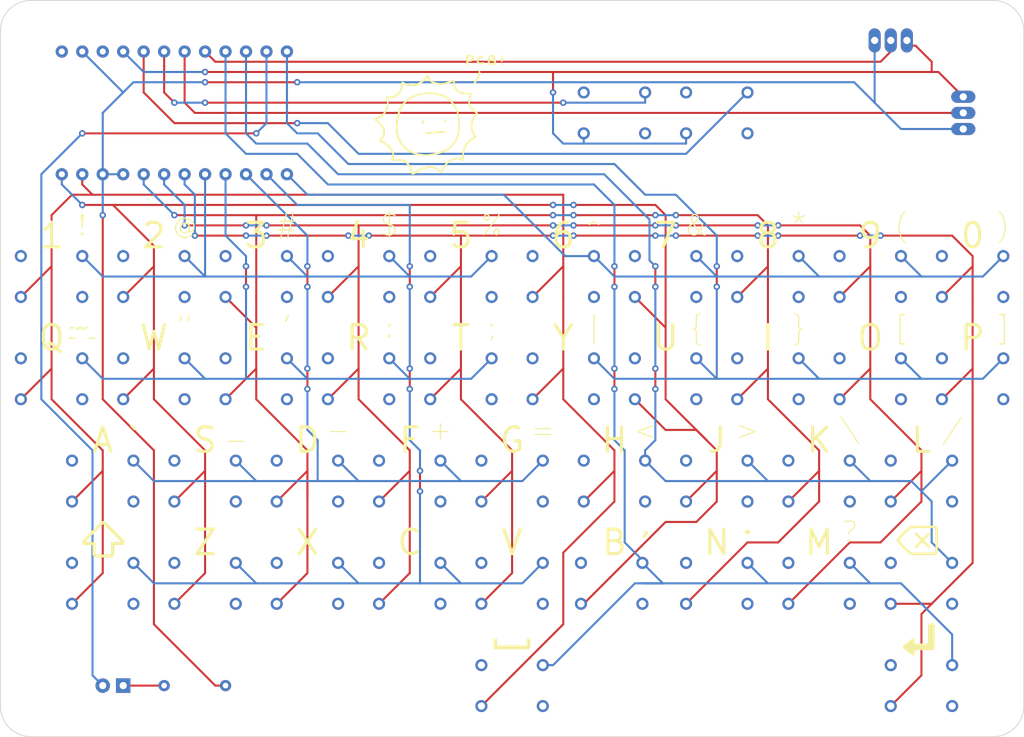
<source format=kicad_pcb>
(kicad_pcb (version 20211014) (generator pcbnew)
  (layers (0 "F.Cu" signal) (31 "B.Cu" signal) (34 "B.Paste" user) (35 "F.Paste" user) (36 "B.SilkS" user "B.Silkscreen") (37 "F.SilkS" user "F.Silkscreen") (38 "B.Mask" user) (39 "F.Mask" user) (44 "Edge.Cuts" user))
  (net 0 "")
  (net 1 "Net-(D1-Pad1)")
  (net 2 "GND")
  (net 3 "VCC")
  (net 4 "/0")
  (net 5 "/7")
  (net 8 "/5")
  (net 11 "/6")
  (net 14 "/1")
  (net 15 "/8")
  (net 26 "/4")
  (net 27 "/10")
  (net 30 "/2")
  (net 39 "/3")
  (net 58 "/9")
  (net 95 "/X")
  (net 96 "/Y")
  (net 97 "/14")
  (net 98 "/15")
  (net 99 "/16")
  (net 100 "/LEFT")
  (net 101 "/RIGHT")
  (footprint "Keyboard_mouse:Push_Button" (layer "F.Cu") (at 154.94 86.36)
    (fp_text reference "SW26")
    (fp_text value "SW_Push_Dual")
  )
  (footprint "Keyboard_mouse:Push_Button" (layer "F.Cu") (at 142.24 86.36)
    (fp_text reference "SW22")
    (fp_text value "SW_Push_Dual")
  )
  (footprint "Keyboard_mouse:Push_Button" (layer "F.Cu") (at 142.24 99.06)
    (fp_text reference "SW23")
    (fp_text value "SW_Push_Dual")
  )
  (footprint "Keyboard_mouse:Push_Button" (layer "F.Cu") (at 85.09 111.76)
    (fp_text reference "SW3")
    (fp_text value "SW_Push_Dual")
  )
  (footprint "Keyboard_mouse:Push_Button" (layer "F.Cu") (at 161.29 66.04)
    (fp_text reference "SW42")
    (fp_text value "SW_Push_Dual")
  )
  (footprint "Keyboard_mouse:Push_Button" (layer "F.Cu") (at 154.94 99.06)
    (fp_text reference "SW27")
    (fp_text value "SW_Push_Dual")
  )
  (footprint "Keyboard_mouse:Push_Button" (layer "F.Cu") (at 193.04 86.36)
    (fp_text reference "SW39")
    (fp_text value "SW_Push_Dual")
  )
  (footprint "Keyboard_mouse:Push_Button" (layer "F.Cu") (at 116.84 86.36)
    (fp_text reference "SW13")
    (fp_text value "SW_Push_Dual")
  )
  (footprint "Keyboard_mouse:Push_Button" (layer "F.Cu") (at 104.14 99.06)
    (fp_text reference "SW10")
    (fp_text value "SW_Push_Dual")
  )
  (footprint "Keyboard_mouse:Push_Button" (layer "F.Cu") (at 91.44 99.06)
    (fp_text reference "SW6")
    (fp_text value "SW_Push_Dual")
  )
  (footprint "Keyboard_mouse:Push_Button" (layer "F.Cu") (at 173.99 111.76)
    (fp_text reference "SW32")
    (fp_text value "SW_Push_Dual")
  )
  (footprint "LED_THT:LED_D3.0mm" (layer "F.Cu") (at 87.63 137.16 180)
    (fp_text reference "D1")
    (fp_text value "LED")
  )
  (footprint "Keyboard_mouse:Push_Button" (layer "F.Cu") (at 148.59 111.76)
    (fp_text reference "SW24")
    (fp_text value "SW_Push_Dual")
  )
  (footprint "Keyboard_mouse:Push_Button" (layer "F.Cu") (at 123.19 111.76)
    (fp_text reference "SW15")
    (fp_text value "SW_Push_Dual")
  )
  (footprint "Keyboard_mouse:Push_Button" (layer "F.Cu") (at 85.09 124.46)
    (fp_text reference "SW4")
    (fp_text value "SW_Push_Dual")
  )
  (footprint "Keyboard_mouse:Space" (layer "F.Cu") (at 135.89 131.445)
    (fp_text reference "REF**")
    (fp_text value "Space")
  )
  (footprint "Keyboard_mouse:Push_Button" (layer "F.Cu") (at 123.19 124.46)
    (fp_text reference "SW16")
    (fp_text value "SW_Push_Dual")
  )
  (footprint "Keyboard_mouse:Push_Button" (layer "F.Cu") (at 148.59 66.04)
    (fp_text reference "SW41")
    (fp_text value "SW_Push_Dual")
  )
  (footprint "Keyboard_mouse:Push_Button" (layer "F.Cu") (at 161.29 111.76)
    (fp_text reference "SW28")
    (fp_text value "SW_Push_Dual")
  )
  (footprint "Keyboard_mouse:Arduino_Pro_Micro" (layer "F.Cu") (at 93.98 66.04)
    (fp_text reference "A1")
    (fp_text value "Arduino_Pro_Micro")
  )
  (footprint "Keyboard_mouse:Push_Button" (layer "F.Cu") (at 116.84 99.06)
    (fp_text reference "SW14")
    (fp_text value "SW_Push_Dual")
  )
  (footprint "Keyboard_mouse:Push_Button" (layer "F.Cu") (at 110.49 124.46)
    (fp_text reference "SW12")
    (fp_text value "SW_Push_Dual")
  )
  (footprint "Keyboard_mouse:Push_Button" (layer "F.Cu") (at 193.04 99.06)
    (fp_text reference "SW40")
    (fp_text value "SW_Push_Dual")
  )
  (footprint "Keyboard_mouse:Sun" (layer "F.Cu") (at 125.73 67.31)
    (fp_text reference "REF**")
    (fp_text value "Sun")
  )
  (footprint "Keyboard_mouse:Joystick" (layer "F.Cu") (at 182.88 66.04)
    (fp_text reference "VR1")
    (fp_text value "Joystick")
  )
  (footprint "Keyboard_mouse:Push_Button" (layer "F.Cu") (at 167.64 99.06)
    (fp_text reference "SW31")
    (fp_text value "SW_Push_Dual")
  )
  (footprint "Keyboard_mouse:Push_Button" (layer "F.Cu") (at 104.14 86.36)
    (fp_text reference "SW9")
    (fp_text value "SW_Push_Dual")
  )
  (footprint "Keyboard_mouse:Push_Button" (layer "F.Cu") (at 186.69 137.16)
    (fp_text reference "SW38")
    (fp_text value "SW_Push_Dual")
  )
  (footprint "Keyboard_mouse:Push_Button" (layer "F.Cu") (at 186.69 111.76)
    (fp_text reference "SW36")
    (fp_text value "SW_Push_Dual")
  )
  (footprint "Keyboard_mouse:Push_Button" (layer "F.Cu") (at 129.54 86.36)
    (fp_text reference "SW17")
    (fp_text value "SW_Push_Dual")
  )
  (footprint "Keyboard_mouse:Push_Button" (layer "F.Cu") (at 97.79 124.46)
    (fp_text reference "SW8")
    (fp_text value "SW_Push_Dual")
  )
  (footprint "Keyboard_mouse:Push_Button" (layer "F.Cu") (at 135.89 124.46)
    (fp_text reference "SW20")
    (fp_text value "SW_Push_Dual")
  )
  (footprint "Keyboard_mouse:Push_Button" (layer "F.Cu") (at 78.74 99.06)
    (fp_text reference "SW2")
    (fp_text value "SW_Push_Dual")
  )
  (footprint "Keyboard_mouse:Push_Button" (layer "F.Cu") (at 173.99 124.46)
    (fp_text reference "SW33")
    (fp_text value "SW_Push_Dual")
  )
  (footprint "Keyboard_mouse:Push_Button" (layer "F.Cu") (at 97.79 111.76)
    (fp_text reference "SW7")
    (fp_text value "SW_Push_Dual")
  )
  (footprint "Keyboard_mouse:Push_Button" (layer "F.Cu") (at 129.54 99.06)
    (fp_text reference "SW18")
    (fp_text value "SW_Push_Dual")
  )
  (footprint "Keyboard_mouse:Push_Button" (layer "F.Cu") (at 78.74 86.36)
    (fp_text reference "SW1")
    (fp_text value "SW_Push_Dual")
  )
  (footprint "Keyboard_mouse:Push_Button" (layer "F.Cu") (at 161.29 124.46)
    (fp_text reference "SW29")
    (fp_text value "SW_Push_Dual")
  )
  (footprint "Keyboard_mouse:Push_Button" (layer "F.Cu") (at 148.25 124.46)
    (fp_text reference "SW25")
    (fp_text value "SW_Push_Dual")
  )
  (footprint "Keyboard_mouse:Push_Button" (layer "F.Cu") (at 135.89 111.76)
    (fp_text reference "SW19")
    (fp_text value "SW_Push_Dual")
  )
  (footprint "Keyboard_mouse:Push_Button" (layer "F.Cu") (at 135.89 137.16)
    (fp_text reference "SW21")
    (fp_text value "SW_Push_Dual")
  )
  (footprint "Keyboard_mouse:Delete" (layer "F.Cu") (at 186.678571 119.12513)
    (fp_text reference "REF**")
    (fp_text value "Delete")
  )
  (footprint "Keyboard_mouse:Push_Button" (layer "F.Cu") (at 180.34 99.06)
    (fp_text reference "SW35")
    (fp_text value "SW_Push_Dual")
  )
  (footprint "Keyboard_mouse:Push_Button" (layer "F.Cu") (at 186.69 124.46)
    (fp_text reference "SW37")
    (fp_text value "SW_Push_Dual")
  )
  (footprint "Keyboard_mouse:Push_Button" (layer "F.Cu") (at 110.49 111.76)
    (fp_text reference "SW11")
    (fp_text value "SW_Push_Dual")
  )
  (footprint "Keyboard_mouse:Push_Button" (layer "F.Cu") (at 167.64 86.36)
    (fp_text reference "SW30")
    (fp_text value "SW_Push_Dual")
  )
  (footprint "Resistor_THT:R_Axial_DIN0204_L3.6mm_D1.6mm_P7.62mm_Horizontal" (layer "F.Cu") (at 92.71 137.16)
    (fp_text reference "R1")
    (fp_text value "1.5k")
  )
  (footprint "Keyboard_mouse:Push_Button" (layer "F.Cu") (at 91.44 86.36)
    (fp_text reference "SW5")
    (fp_text value "SW_Push_Dual")
  )
  (footprint "Keyboard_mouse:Push_Button" (layer "F.Cu") (at 180.34 86.36)
    (fp_text reference "SW34")
    (fp_text value "SW_Push_Dual")
  )
  (footprint "Keyboard_mouse:Shift" (layer "F.Cu") (at 85.09 118.872)
    (fp_text reference "REF**")
    (fp_text value "Shift")
  )
  (footprint "Keyboard_mouse:Enter" (layer "F.Cu") (at 186.69 131.445)
    (fp_text reference "REF**")
    (fp_text value "Enter")
  )
  (gr_line (start 76.2 52.07) (end 195.58 52.07) (layer "Edge.Cuts") (width 0.1))
  (gr_arc (start 199.39 139.7) (mid 198.274077 142.394077) (end 195.58 143.51) (layer "Edge.Cuts") (width 0.1))
  (gr_arc (start 72.39 55.88) (mid 73.505923 53.185923) (end 76.2 52.07) (layer "Edge.Cuts") (width 0.1))
  (gr_line (start 199.39 55.88) (end 199.39 139.7) (layer "Edge.Cuts") (width 0.1))
  (gr_line (start 72.39 139.7) (end 72.39 55.88) (layer "Edge.Cuts") (width 0.1))
  (gr_line (start 195.58 143.51) (end 76.2 143.51) (layer "Edge.Cuts") (width 0.1))
  (gr_arc (start 195.58 52.07) (mid 198.274077 53.185923) (end 199.39 55.88) (layer "Edge.Cuts") (width 0.1))
  (gr_arc (start 76.2 143.51) (mid 73.505923 142.394077) (end 72.39 139.7) (layer "Edge.Cuts") (width 0.1))
  (gr_text "N" (at 161.29 119.38) (layer "F.SilkS") (effects (font (size 3.048 3.048) (thickness 0.381))))
  (gr_text "X" (at 110.49 119.38) (layer "F.SilkS") (effects (font (size 3.048 3.048) (thickness 0.381))))
  (gr_text "O" (at 180.34 93.98) (layer "F.SilkS") (effects (font (size 3.048 3.048) (thickness 0.381))))
  (gr_text "}" (at 171.45 92.71) (layer "F.SilkS") (effects (font (size 2.54 2.54))))
  (gr_text "." (at 165.1 116.84) (layer "F.SilkS") (effects (font (size 3.048 3.048) (thickness 0.381))))
  (gr_text "4" (at 116.84 81.28) (layer "F.SilkS") (effects (font (size 3.048 3.048) (thickness 0.381))))
  (gr_text "9" (at 180.34 81.28) (layer "F.SilkS") (effects (font (size 3.048 3.048) (thickness 0.381))))
  (gr_text "~" (at 81.28 93.98) (layer "F.SilkS") (effects (font (size 1 1))))
  (gr_text "8" (at 167.64 81.28) (layer "F.SilkS") (effects (font (size 3.048 3.048) (thickness 0.381))))
  (gr_text "A" (at 85.09 106.68) (layer "F.SilkS") (effects (font (size 3.048 3.048) (thickness 0.381))))
  (gr_text "L" (at 186.69 106.68) (layer "F.SilkS") (effects (font (size 3.048 3.048) (thickness 0.381))))
  (gr_text "E" (at 104.14 93.98) (layer "F.SilkS") (effects (font (size 3.048 3.048) (thickness 0.381))))
  (gr_text "W" (at 91.44 93.98) (layer "F.SilkS") (effects (font (size 3.048 3.048) (thickness 0.381))))
  (gr_text "_" (at 101.6 105.41) (layer "F.SilkS") (effects (font (size 2.54 2.54))))
  (gr_text "U" (at 154.94 93.98) (layer "F.SilkS") (effects (font (size 3.048 3.048) (thickness 0.381))))
  (gr_text "$" (at 120.65 80.01) (layer "F.SilkS") (effects (font (size 2.54 2.54))))
  (gr_text "3" (at 104.14 81.28) (layer "F.SilkS") (effects (font (size 3.048 3.048) (thickness 0.381))))
  (gr_text "I" (at 167.64 93.98) (layer "F.SilkS") (effects (font (size 3.048 3.048) (thickness 0.381))))
  (gr_text "D" (at 110.49 106.68) (layer "F.SilkS") (effects (font (size 3.048 3.048) (thickness 0.381))))
  (gr_text "]" (at 196.85 92.71) (layer "F.SilkS") (effects (font (size 2.54 2.54))))
  (gr_text "?" (at 177.8 118.11) (layer "F.SilkS") (effects (font (size 2.54 2.54))))
  (gr_text "/" (at 190.5 105.41) (layer "F.SilkS") (effects (font (size 2.54 2.54))))
  (gr_text "~\n" (at 82.55 92.71) (layer "F.SilkS") (effects (font (size 2.54 2.54) (thickness 0.254))))
  (gr_text "Q" (at 78.74 93.98) (layer "F.SilkS") (effects (font (size 3.048 3.048) (thickness 0.381))))
  (gr_text "~" (at 81.28 93.98) (layer "F.SilkS") (effects (font (size 1.5 1.5))))
  (gr_text "C" (at 123.19 119.38) (layer "F.SilkS") (effects (font (size 3.048 3.048) (thickness 0.381))))
  (gr_text "=" (at 139.7 105.41) (layer "F.SilkS") (effects (font (size 2.54 2.54))))
  (gr_text "\\" (at 177.8 105.41) (layer "F.SilkS") (effects (font (size 2.54 2.54))))
  (gr_text "~" (at 83.82 93.98) (layer "F.SilkS") (effects (font (size 1.5 1.5))))
  (gr_text "5" (at 129.54 81.28) (layer "F.SilkS") (effects (font (size 3.048 3.048) (thickness 0.381))))
  (gr_text "{dblquote}" (at 95.25 92.71) (layer "F.SilkS") (effects (font (size 2.54 2.54) (thickness 0.254))))
  (gr_text "'" (at 107.95 92.71) (layer "F.SilkS") (effects (font (size 2.54 2.54) (thickness 0.254))))
  (gr_text "K" (at 173.99 106.68) (layer "F.SilkS") (effects (font (size 3.048 3.048) (thickness 0.381))))
  (gr_text "^" (at 146.05 81.28) (layer "F.SilkS") (effects (font (size 3.048 3.048))))
  (gr_text "{" (at 158.75 92.71) (layer "F.SilkS") (effects (font (size 2.54 2.54))))
  (gr_text "J" (at 161.29 106.68) (layer "F.SilkS") (effects (font (size 3.048 3.048) (thickness 0.381))))
  (gr_text "Z" (at 97.79 119.38) (layer "F.SilkS") (effects (font (size 3.048 3.048) (thickness 0.381))))
  (gr_text "," (at 152.4 116.84) (layer "F.SilkS") (effects (font (size 3.048 3.048) (thickness 0.381))))
  (gr_text "0" (at 193.04 81.28) (layer "F.SilkS") (effects (font (size 3.048 3.048) (thickness 0.381))))
  (gr_text "6" (at 142.24 81.28) (layer "F.SilkS") (effects (font (size 3.048 3.048) (thickness 0.381))))
  (gr_text "[" (at 184.15 92.71) (layer "F.SilkS") (effects (font (size 2.54 2.54))))
  (gr_text "`" (at 88.9 106.68) (layer "F.SilkS") (effects (font (size 3.048 3.048) (thickness 0.254))))
  (gr_text ">" (at 165.1 105.41) (layer "F.SilkS") (effects (font (size 2.54 2.54))))
  (gr_text "|" (at 146.05 92.71) (layer "F.SilkS") (effects (font (size 2.54 2.54))))
  (gr_text "Y" (at 142.24 93.98) (layer "F.SilkS") (effects (font (size 3.048 3.048) (thickness 0.381))))
  (gr_text "M" (at 173.99 119.38) (layer "F.SilkS") (effects (font (size 3.048 3.048) (thickness 0.381))))
  (gr_text "B" (at 148.59 119.38) (layer "F.SilkS") (effects (font (size 3.048 3.048) (thickness 0.381))))
  (gr_text "S" (at 97.79 106.68) (layer "F.SilkS") (effects (font (size 3.048 3.048) (thickness 0.381))))
  (gr_text "7" (at 154.94 81.28) (layer "F.SilkS") (effects (font (size 3.048 3.048) (thickness 0.381))))
  (gr_text "!" (at 82.55 80.01) (layer "F.SilkS") (effects (font (size 2.54 2.54))))
  (gr_text ";" (at 133.35 92.71) (layer "F.SilkS") (effects (font (size 2.54 2.54))))
  (gr_text "(" (at 184.15 80.01) (layer "F.SilkS") (effects (font (size 2.54 2.54))))
  (gr_text "~" (at 81.28 93.98) (layer "F.SilkS") (effects (font (size 1.5 1.5))))
  (gr_text "R" (at 116.84 93.98) (layer "F.SilkS") (effects (font (size 3.048 3.048) (thickness 0.381))))
  (gr_text "G" (at 135.89 106.68) (layer "F.SilkS") (effects (font (size 3.048 3.048) (thickness 0.381))))
  (gr_text ":" (at 120.65 92.71) (layer "F.SilkS") (effects (font (size 2.54 2.54))))
  (gr_text "T" (at 129.54 93.98) (layer "F.SilkS") (effects (font (size 3.048 3.048) (thickness 0.381))))
  (gr_text ")" (at 196.85 80.01) (layer "F.SilkS") (effects (font (size 2.54 2.54))))
  (gr_text "#" (at 107.95 80.01) (layer "F.SilkS") (effects (font (size 2.54 2.54))))
  (gr_text "V" (at 135.89 119.38) (layer "F.SilkS") (effects (font (size 3.048 3.048) (thickness 0.381))))
  (gr_text "P" (at 193.04 93.98) (layer "F.SilkS") (effects (font (size 3.048 3.048) (thickness 0.381))))
  (gr_text "%" (at 133.35 80.01) (layer "F.SilkS") (effects (font (size 2.54 2.54))))
  (gr_text "1" (at 78.74 81.28) (layer "F.SilkS") (effects (font (size 3.048 3.048) (thickness 0.381))))
  (gr_text "@" (at 95.25 80.01) (layer "F.SilkS") (effects (font (size 2.54 2.54))))
  (gr_text "-" (at 114.3 105.41) (layer "F.SilkS") (effects (font (size 2.54 2.54))))
  (gr_text "2" (at 91.44 81.28) (layer "F.SilkS") (effects (font (size 3.048 3.048) (thickness 0.381))))
  (gr_text "&" (at 158.75 80.01) (layer "F.SilkS") (effects (font (size 2.54 2.54))))
  (gr_text "+" (at 127 105.41) (layer "F.SilkS") (effects (font (size 2.54 2.54))))
  (gr_text "~" (at 81.28 92.71) (layer "F.SilkS") (effects (font (size 1 1))))
  (gr_text "<" (at 152.4 105.41) (layer "F.SilkS") (effects (font (size 2.54 2.54))))
  (gr_text "H" (at 148.59 106.68) (layer "F.SilkS") (effects (font (size 3.048 3.048) (thickness 0.381))))
  (gr_text "F" (at 123.19 106.68) (layer "F.SilkS") (effects (font (size 3.048 3.048) (thickness 0.381))))
  (gr_text "*" (at 171.45 80.01) (layer "F.SilkS") (effects (font (size 3.048 3.048))))
  (segment (start 87.63 137.16) (end 92.71 137.16) (width 0.254) (layer "F.Cu") (net 1))
  (segment (start 97.79 62.23) (end 109.22 62.23) (width 0.254) (layer "F.Cu") (net 2))
  (segment (start 100.33 137.16) (end 99.06 137.16) (width 0.254) (layer "F.Cu") (net 2))
  (segment (start 91.44 129.54) (end 91.44 107.95) (width 0.254) (layer "F.Cu") (net 2))
  (segment (start 91.44 107.95) (end 85.09 101.6) (width 0.254) (layer "F.Cu") (net 2))
  (segment (start 85.09 101.6) (end 85.09 78.74) (width 0.254) (layer "F.Cu") (net 2))
  (segment (start 99.06 137.16) (end 91.44 129.54) (width 0.254) (layer "F.Cu") (net 2))
  (via (at 97.79 62.23) (size 0.8) (drill 0.4) (layers "F.Cu" "B.Cu") (net 2))
  (via (at 85.09 78.74) (size 0.8) (drill 0.4) (layers "F.Cu" "B.Cu") (net 2))
  (via (at 109.22 62.23) (size 0.8) (drill 0.4) (layers "F.Cu" "B.Cu") (net 2))
  (segment (start 109.22 62.23) (end 178.34 62.23) (width 0.254) (layer "B.Cu") (net 2))
  (segment (start 191.88 68.04) (end 184.15 68.04) (width 0.254) (layer "B.Cu") (net 2))
  (segment (start 87.63 63.5) (end 85.09 66.04) (width 0.254) (layer "B.Cu") (net 2))
  (segment (start 85.09 66.04) (end 85.09 73.66) (width 0.254) (layer "B.Cu") (net 2))
  (segment (start 184.15 68.04) (end 180.88 64.77) (width 0.254) (layer "B.Cu") (net 2))
  (segment (start 88.9 62.23) (end 87.63 63.5) (width 0.254) (layer "B.Cu") (net 2))
  (segment (start 82.55 58.42) (end 87.63 63.5) (width 0.254) (layer "B.Cu") (net 2))
  (segment (start 180.88 57.04) (end 180.88 64.77) (width 0.254) (layer "B.Cu") (net 2))
  (segment (start 178.34 62.23) (end 180.88 64.77) (width 0.254) (layer "B.Cu") (net 2))
  (segment (start 85.09 73.66) (end 87.63 73.66) (width 0.254) (layer "B.Cu") (net 2))
  (segment (start 85.09 78.74) (end 85.09 73.66) (width 0.254) (layer "B.Cu") (net 2))
  (segment (start 97.79 62.23) (end 88.9 62.23) (width 0.254) (layer "B.Cu") (net 2))
  (segment (start 185.960004 57.690004) (end 187.96 59.69) (width 0.254) (layer "F.Cu") (net 3))
  (segment (start 184.879996 57.690004) (end 185.960004 57.690004) (width 0.254) (layer "F.Cu") (net 3))
  (segment (start 140.97 60.96) (end 140.97 63.5) (width 0.254) (layer "F.Cu") (net 3))
  (segment (start 140.97 60.96) (end 97.79 60.96) (width 0.254) (layer "F.Cu") (net 3))
  (segment (start 188.8 60.96) (end 140.97 60.96) (width 0.254) (layer "F.Cu") (net 3))
  (segment (start 191.88 64.04) (end 188.8 60.96) (width 0.254) (layer "F.Cu") (net 3))
  (segment (start 187.96 60.96) (end 188.15 60.96) (width 0.254) (layer "F.Cu") (net 3))
  (segment (start 184.88 57.04) (end 184.88 57.69) (width 0.254) (layer "F.Cu") (net 3))
  (segment (start 187.96 59.69) (end 187.96 60.96) (width 0.254) (layer "F.Cu") (net 3))
  (via (at 140.97 63.5) (size 0.8) (drill 0.4) (layers "F.Cu" "B.Cu") (net 3))
  (via (at 97.79 60.96) (size 0.8) (drill 0.4) (layers "F.Cu" "B.Cu") (net 3))
  (segment (start 142.24 69.85) (end 144.78 69.85) (width 0.254) (layer "B.Cu") (net 3))
  (segment (start 97.79 60.96) (end 90.17 60.96) (width 0.254) (layer "B.Cu") (net 3))
  (segment (start 140.97 68.58) (end 142.24 69.85) (width 0.254) (layer "B.Cu") (net 3))
  (segment (start 90.17 60.96) (end 87.63 58.42) (width 0.254) (layer "B.Cu") (net 3))
  (segment (start 144.78 69.85) (end 157.48 69.85) (width 0.254) (layer "B.Cu") (net 3))
  (segment (start 157.48 69.85) (end 157.48 68.58) (width 0.254) (layer "B.Cu") (net 3))
  (segment (start 144.78 68.58) (end 144.78 69.85) (width 0.254) (layer "B.Cu") (net 3))
  (segment (start 140.97 63.5) (end 140.97 68.58) (width 0.254) (layer "B.Cu") (net 3))
  (segment (start 82.55 73.66) (end 82.55 74.93) (width 0.254) (layer "F.Cu") (net 4))
  (segment (start 78.74 78.74) (end 78.74 101.6) (width 0.254) (layer "F.Cu") (net 4))
  (segment (start 82.55 74.93) (end 83.82 76.2) (width 0.254) (layer "F.Cu") (net 4))
  (segment (start 142.24 129.54) (end 132.08 139.7) (width 0.254) (layer "F.Cu") (net 4))
  (segment (start 148.59 110.49) (end 144.78 114.3) (width 0.254) (layer "F.Cu") (net 4))
  (segment (start 81.28 127) (end 85.09 123.19) (width 0.254) (layer "F.Cu") (net 4))
  (segment (start 142.24 120.65) (end 142.24 129.54) (width 0.254) (layer "F.Cu") (net 4))
  (segment (start 142.24 76.2) (end 81.28 76.2) (width 0.254) (layer "F.Cu") (net 4))
  (segment (start 142.24 88.9) (end 142.24 101.6) (width 0.254) (layer "F.Cu") (net 4))
  (segment (start 138.43 88.9) (end 142.24 85.09) (width 0.254) (layer "F.Cu") (net 4))
  (segment (start 74.93 88.9) (end 78.74 85.09) (width 0.254) (layer "F.Cu") (net 4))
  (segment (start 148.59 114.3) (end 142.24 120.65) (width 0.254) (layer "F.Cu") (net 4))
  (segment (start 85.09 107.95) (end 85.09 123.19) (width 0.254) (layer "F.Cu") (net 4))
  (segment (start 142.24 88.9) (end 142.24 76.2) (width 0.254) (layer "F.Cu") (net 4))
  (segment (start 148.59 107.95) (end 148.59 114.3) (width 0.254) (layer "F.Cu") (net 4))
  (segment (start 142.24 97.79) (end 138.43 101.6) (width 0.254) (layer "F.Cu") (net 4))
  (segment (start 78.74 97.79) (end 74.93 101.6) (width 0.254) (layer "F.Cu") (net 4))
  (segment (start 142.24 101.6) (end 148.59 107.95) (width 0.254) (layer "F.Cu") (net 4))
  (segment (start 78.74 101.6) (end 85.09 107.95) (width 0.254) (layer "F.Cu") (net 4))
  (segment (start 81.28 76.2) (end 78.74 78.74) (width 0.254) (layer "F.Cu") (net 4))
  (segment (start 85.09 110.49) (end 81.28 114.3) (width 0.254) (layer "F.Cu") (net 4))
  (segment (start 110.49 97.79) (end 110.49 100.33) (width 0.254) (layer "F.Cu") (net 5))
  (segment (start 110.49 85.09) (end 110.49 87.63) (width 0.254) (layer "F.Cu") (net 5))
  (via (at 110.49 85.09) (size 0.8) (drill 0.4) (layers "F.Cu" "B.Cu") (net 5))
  (via (at 110.49 97.79) (size 0.8) (drill 0.4) (layers "F.Cu" "B.Cu") (net 5))
  (via (at 110.49 100.33) (size 0.8) (drill 0.4) (layers "F.Cu" "B.Cu") (net 5))
  (via (at 110.49 87.63) (size 0.8) (drill 0.4) (layers "F.Cu" "B.Cu") (net 5))
  (segment (start 102.87 73.66) (end 110.49 81.28) (width 0.254) (layer "B.Cu") (net 5))
  (segment (start 111.76 111.76) (end 137.16 111.76) (width 0.254) (layer "B.Cu") (net 5))
  (segment (start 88.9 109.22) (end 91.44 111.76) (width 0.254) (layer "B.Cu") (net 5))
  (segment (start 101.6 109.22) (end 104.14 111.76) (width 0.254) (layer "B.Cu") (net 5))
  (segment (start 110.49 105.41) (end 111.76 106.68) (width 0.254) (layer "B.Cu") (net 5))
  (segment (start 110.49 100.33) (end 110.49 105.41) (width 0.254) (layer "B.Cu") (net 5))
  (segment (start 91.44 111.76) (end 111.76 111.76) (width 0.254) (layer "B.Cu") (net 5))
  (segment (start 114.3 109.22) (end 116.84 111.76) (width 0.254) (layer "B.Cu") (net 5))
  (segment (start 111.76 106.68) (end 111.76 111.76) (width 0.254) (layer "B.Cu") (net 5))
  (segment (start 110.49 81.28) (end 110.49 85.09) (width 0.254) (layer "B.Cu") (net 5))
  (segment (start 127 109.22) (end 129.54 111.76) (width 0.254) (layer "B.Cu") (net 5))
  (segment (start 110.49 87.63) (end 110.49 97.79) (width 0.254) (layer "B.Cu") (net 5))
  (segment (start 137.16 111.76) (end 139.7 109.22) (width 0.254) (layer "B.Cu") (net 5))
  (segment (start 85.09 86.36) (end 82.55 83.82) (width 0.254) (layer "B.Cu") (net 8))
  (segment (start 133.35 83.82) (end 130.81 86.36) (width 0.254) (layer "B.Cu") (net 8))
  (segment (start 95.25 83.82) (end 97.79 86.36) (width 0.254) (layer "B.Cu") (net 8))
  (segment (start 97.79 73.66) (end 97.79 86.36) (width 0.254) (layer "B.Cu") (net 8))
  (segment (start 107.95 83.82) (end 110.49 86.36) (width 0.254) (layer "B.Cu") (net 8))
  (segment (start 130.81 86.36) (end 85.09 86.36) (width 0.254) (layer "B.Cu") (net 8))
  (segment (start 120.65 83.82) (end 123.19 86.36) (width 0.254) (layer "B.Cu") (net 8))
  (segment (start 102.87 85.09) (end 102.87 87.63) (width 0.254) (layer "F.Cu") (net 11))
  (via (at 102.87 87.63) (size 0.8) (drill 0.4) (layers "F.Cu" "B.Cu") (net 11))
  (via (at 102.87 85.09) (size 0.8) (drill 0.4) (layers "F.Cu" "B.Cu") (net 11))
  (segment (start 107.95 96.52) (end 110.49 99.06) (width 0.254) (layer "B.Cu") (net 11))
  (segment (start 102.87 87.63) (end 102.87 99.06) (width 0.254) (layer "B.Cu") (net 11))
  (segment (start 120.65 96.52) (end 123.19 99.06) (width 0.254) (layer "B.Cu") (net 11))
  (segment (start 100.33 81.28) (end 102.87 83.82) (width 0.254) (layer "B.Cu") (net 11))
  (segment (start 95.25 96.52) (end 97.79 99.06) (width 0.254) (layer "B.Cu") (net 11))
  (segment (start 85.09 99.06) (end 130.81 99.06) (width 0.254) (layer "B.Cu") (net 11))
  (segment (start 82.55 96.52) (end 85.09 99.06) (width 0.254) (layer "B.Cu") (net 11))
  (segment (start 100.33 73.66) (end 100.33 81.28) (width 0.254) (layer "B.Cu") (net 11))
  (segment (start 130.81 99.06) (end 133.35 96.52) (width 0.254) (layer "B.Cu") (net 11))
  (segment (start 102.87 83.82) (end 102.87 85.09) (width 0.254) (layer "B.Cu") (net 11))
  (segment (start 154.94 105.41) (end 158.75 105.41) (width 0.254) (layer "F.Cu") (net 14))
  (segment (start 144.78 127) (end 154.94 116.84) (width 0.254) (layer "F.Cu") (net 14))
  (segment (start 143.51 77.47) (end 153.67 77.47) (width 0.254) (layer "F.Cu") (net 14))
  (segment (start 86.36 77.47) (end 91.44 82.55) (width 0.254) (layer "F.Cu") (net 14))
  (segment (start 144.44 127) (end 144.78 127) (width 0.254) (layer "F.Cu") (net 14))
  (segment (start 97.79 123.19) (end 93.98 127) (width 0.254) (layer "F.Cu") (net 14))
  (segment (start 151.13 101.6) (end 154.94 105.41) (width 0.254) (layer "F.Cu") (net 14))
  (segment (start 91.44 97.79) (end 87.63 101.6) (width 0.254) (layer "F.Cu") (net 14))
  (segment (start 91.44 82.55) (end 91.44 101.6) (width 0.254) (layer "F.Cu") (net 14))
  (segment (start 151.13 88.9) (end 154.94 92.71) (width 0.254) (layer "F.Cu") (net 14))
  (segment (start 97.79 110.49) (end 93.98 114.3) (width 0.254) (layer "F.Cu") (net 14))
  (segment (start 97.79 107.95) (end 97.79 123.19) (width 0.254) (layer "F.Cu") (net 14))
  (segment (start 82.55 77.47) (end 140.97 77.47) (width 0.254) (layer "F.Cu") (net 14))
  (segment (start 154.94 116.84) (end 158.75 116.84) (width 0.254) (layer "F.Cu") (net 14))
  (segment (start 91.44 101.6) (end 97.79 107.95) (width 0.254) (layer "F.Cu") (net 14))
  (segment (start 158.75 116.84) (end 161.29 114.3) (width 0.254) (layer "F.Cu") (net 14))
  (segment (start 161.29 107.95) (end 161.29 114.3) (width 0.254) (layer "F.Cu") (net 14))
  (segment (start 158.75 105.41) (end 160.02 106.68) (width 0.254) (layer "F.Cu") (net 14))
  (segment (start 154.94 88.9) (end 154.94 101.6) (width 0.254) (layer "F.Cu") (net 14))
  (segment (start 87.63 88.9) (end 91.44 85.09) (width 0.254) (layer "F.Cu") (net 14))
  (segment (start 161.29 110.49) (end 157.48 114.3) (width 0.254) (layer "F.Cu") (net 14))
  (segment (start 153.67 77.47) (end 154.94 78.74) (width 0.254) (layer "F.Cu") (net 14))
  (segment (start 154.94 78.74) (end 154.94 88.9) (width 0.254) (layer "F.Cu") (net 14))
  (segment (start 160.02 106.68) (end 161.29 107.95) (width 0.254) (layer "F.Cu") (net 14))
  (segment (start 154.94 101.6) (end 160.02 106.68) (width 0.254) (layer "F.Cu") (net 14))
  (via (at 82.55 77.47) (size 0.8) (drill 0.4) (layers "F.Cu" "B.Cu") (net 14))
  (via (at 140.97 77.47) (size 0.8) (drill 0.4) (layers "F.Cu" "B.Cu") (net 14))
  (via (at 143.51 77.47) (size 0.8) (drill 0.4) (layers "F.Cu" "B.Cu") (net 14))
  (segment (start 80.01 74.93) (end 82.55 77.47) (width 0.254) (layer "B.Cu") (net 14))
  (segment (start 140.97 77.47) (end 143.51 77.47) (width 0.254) (layer "B.Cu") (net 14))
  (segment (start 80.01 73.66) (end 80.01 74.93) (width 0.254) (layer "B.Cu") (net 14))
  (segment (start 124.46 110.49) (end 124.46 113.03) (width 0.254) (layer "F.Cu") (net 15))
  (segment (start 123.19 85.09) (end 123.19 87.63) (width 0.254) (layer "F.Cu") (net 15))
  (segment (start 123.19 97.79) (end 123.19 100.33) (width 0.254) (layer "F.Cu") (net 15))
  (via (at 123.19 100.33) (size 0.8) (drill 0.4) (layers "F.Cu" "B.Cu") (net 15))
  (via (at 123.19 85.09) (size 0.8) (drill 0.4) (layers "F.Cu" "B.Cu") (net 15))
  (via (at 124.46 113.03) (size 0.8) (drill 0.4) (layers "F.Cu" "B.Cu") (net 15))
  (via (at 124.46 110.49) (size 0.8) (drill 0.4) (layers "F.Cu" "B.Cu") (net 15))
  (via (at 123.19 87.63) (size 0.8) (drill 0.4) (layers "F.Cu" "B.Cu") (net 15))
  (via (at 123.19 97.79) (size 0.8) (drill 0.4) (layers "F.Cu" "B.Cu") (net 15))
  (segment (start 127 121.92) (end 129.54 124.46) (width 0.254) (layer "B.Cu") (net 15))
  (segment (start 124.46 124.46) (end 137.16 124.46) (width 0.254) (layer "B.Cu") (net 15))
  (segment (start 114.3 121.92) (end 116.84 124.46) (width 0.254) (layer "B.Cu") (net 15))
  (segment (start 123.19 87.63) (end 123.19 97.79) (width 0.254) (layer "B.Cu") (net 15))
  (segment (start 124.46 107.95) (end 124.46 110.49) (width 0.254) (layer "B.Cu") (net 15))
  (segment (start 101.6 121.92) (end 104.14 124.46) (width 0.254) (layer "B.Cu") (net 15))
  (segment (start 123.19 100.33) (end 123.19 106.68) (width 0.254) (layer "B.Cu") (net 15))
  (segment (start 109.22 77.47) (end 123.19 77.47) (width 0.254) (layer "B.Cu") (net 15))
  (segment (start 123.19 77.47) (end 123.19 85.09) (width 0.254) (layer "B.Cu") (net 15))
  (segment (start 123.19 106.68) (end 124.46 107.95) (width 0.254) (layer "B.Cu") (net 15))
  (segment (start 88.9 121.92) (end 91.44 124.46) (width 0.254) (layer "B.Cu") (net 15))
  (segment (start 91.44 124.46) (end 124.46 124.46) (width 0.254) (layer "B.Cu") (net 15))
  (segment (start 105.41 73.66) (end 109.22 77.47) (width 0.254) (layer "B.Cu") (net 15))
  (segment (start 124.46 113.03) (end 124.46 124.46) (width 0.254) (layer "B.Cu") (net 15))
  (segment (start 137.16 124.46) (end 139.7 121.92) (width 0.254) (layer "B.Cu") (net 15))
  (segment (start 143.51 81.28) (end 153.67 81.28) (width 0.254) (layer "F.Cu") (net 26))
  (segment (start 125.73 88.9) (end 129.54 85.09) (width 0.254) (layer "F.Cu") (net 26))
  (segment (start 187.96 127) (end 186.69 128.27) (width 0.254) (layer "F.Cu") (net 26))
  (segment (start 96.52 81.28) (end 102.87 81.28) (width 0.254) (layer "F.Cu") (net 26))
  (segment (start 193.04 121.92) (end 187.96 127) (width 0.254) (layer "F.Cu") (net 26))
  (segment (start 168.91 81.28) (end 179.07 81.28) (width 0.254) (layer "F.Cu") (net 26))
  (segment (start 156.21 81.28) (end 166.37 81.28) (width 0.254) (layer "F.Cu") (net 26))
  (segment (start 193.04 97.79) (end 189.23 101.6) (width 0.254) (layer "F.Cu") (net 26))
  (segment (start 135.89 110.49) (end 132.08 114.3) (width 0.254) (layer "F.Cu") (net 26))
  (segment (start 187.96 127) (end 186.69 127) (width 0.254) (layer "F.Cu") (net 26))
  (segment (start 118.11 81.28) (end 129.54 81.28) (width 0.254) (layer "F.Cu") (net 26))
  (segment (start 186.69 128.27) (end 186.69 135.89) (width 0.254) (layer "F.Cu") (net 26))
  (segment (start 186.69 135.89) (end 182.88 139.7) (width 0.254) (layer "F.Cu") (net 26))
  (segment (start 135.89 123.19) (end 132.08 127) (width 0.254) (layer "F.Cu") (net 26))
  (segment (start 105.41 81.28) (end 115.57 81.28) (width 0.254) (layer "F.Cu") (net 26))
  (segment (start 129.54 81.28) (end 140.97 81.28) (width 0.254) (layer "F.Cu") (net 26))
  (segment (start 182.88 127) (end 186.69 127) (width 0.254) (layer "F.Cu") (net 26))
  (segment (start 129.54 97.79) (end 125.73 101.6) (width 0.254) (layer "F.Cu") (net 26))
  (segment (start 129.54 81.28) (end 129.54 101.6) (width 0.254) (layer "F.Cu") (net 26))
  (segment (start 181.61 81.28) (end 190.5 81.28) (width 0.254) (layer "F.Cu") (net 26))
  (segment (start 135.89 107.95) (end 135.89 123.19) (width 0.254) (layer "F.Cu") (net 26))
  (segment (start 193.04 85.09) (end 193.04 88.9) (width 0.254) (layer "F.Cu") (net 26))
  (segment (start 193.04 101.6) (end 193.04 121.92) (width 0.254) (layer "F.Cu") (net 26))
  (segment (start 193.04 83.82) (end 193.04 85.09) (width 0.254) (layer "F.Cu") (net 26))
  (segment (start 190.5 81.28) (end 193.04 83.82) (width 0.254) (layer "F.Cu") (net 26))
  (segment (start 129.54 101.6) (end 135.89 107.95) (width 0.254) (layer "F.Cu") (net 26))
  (segment (start 189.23 88.9) (end 193.04 85.09) (width 0.254) (layer "F.Cu") (net 26))
  (segment (start 193.04 88.9) (end 193.04 101.6) (width 0.254) (layer "F.Cu") (net 26))
  (via (at 115.57 81.28) (size 0.8) (drill 0.4) (layers "F.Cu" "B.Cu") (net 26))
  (via (at 143.51 81.28) (size 0.8) (drill 0.4) (layers "F.Cu" "B.Cu") (net 26))
  (via (at 166.37 81.28) (size 0.8) (drill 0.4) (layers "F.Cu" "B.Cu") (net 26))
  (via (at 118.11 81.28) (size 0.8) (drill 0.4) (layers "F.Cu" "B.Cu") (net 26))
  (via (at 140.97 81.28) (size 0.8) (drill 0.4) (layers "F.Cu" "B.Cu") (net 26))
  (via (at 179.07 81.28) (size 0.8) (drill 0.4) (layers "F.Cu" "B.Cu") (net 26))
  (via (at 168.91 81.28) (size 0.8) (drill 0.4) (layers "F.Cu" "B.Cu") (net 26))
  (via (at 96.52 81.28) (size 0.8) (drill 0.4) (layers "F.Cu" "B.Cu") (net 26))
  (via (at 181.61 81.28) (size 0.8) (drill 0.4) (layers "F.Cu" "B.Cu") (net 26))
  (via (at 102.87 81.28) (size 0.8) (drill 0.4) (layers "F.Cu" "B.Cu") (net 26))
  (via (at 153.67 81.28) (size 0.8) (drill 0.4) (layers "F.Cu" "B.Cu") (net 26))
  (via (at 156.21 81.28) (size 0.8) (drill 0.4) (layers "F.Cu" "B.Cu") (net 26))
  (via (at 105.41 81.28) (size 0.8) (drill 0.4) (layers "F.Cu" "B.Cu") (net 26))
  (segment (start 96.52 76.2) (end 96.52 81.28) (width 0.254) (layer "B.Cu") (net 26))
  (segment (start 115.57 81.28) (end 118.11 81.28) (width 0.254) (layer "B.Cu") (net 26))
  (segment (start 95.25 74.93) (end 96.52 76.2) (width 0.254) (layer "B.Cu") (net 26))
  (segment (start 179.07 81.28) (end 181.61 81.28) (width 0.254) (layer "B.Cu") (net 26))
  (segment (start 153.67 81.28) (end 156.21 81.28) (width 0.254) (layer "B.Cu") (net 26))
  (segment (start 95.25 73.66) (end 95.25 74.93) (width 0.254) (layer "B.Cu") (net 26))
  (segment (start 166.37 81.28) (end 168.91 81.28) (width 0.254) (layer "B.Cu") (net 26))
  (segment (start 140.97 81.28) (end 143.51 81.28) (width 0.254) (layer "B.Cu") (net 26))
  (segment (start 102.87 81.28) (end 105.41 81.28) (width 0.254) (layer "B.Cu") (net 26))
  (segment (start 161.29 85.09) (end 161.29 87.63) (width 0.254) (layer "F.Cu") (net 27))
  (via (at 161.29 85.09) (size 0.8) (drill 0.4) (layers "F.Cu" "B.Cu") (net 27))
  (via (at 161.29 87.63) (size 0.8) (drill 0.4) (layers "F.Cu" "B.Cu") (net 27))
  (segment (start 148.59 72.39) (end 152.4 76.2) (width 0.254) (layer "B.Cu") (net 27))
  (segment (start 161.29 87.63) (end 161.29 99.06) (width 0.254) (layer "B.Cu") (net 27))
  (segment (start 171.45 96.52) (end 173.99 99.06) (width 0.254) (layer "B.Cu") (net 27))
  (segment (start 115.57 72.39) (end 148.59 72.39) (width 0.254) (layer "B.Cu") (net 27))
  (segment (start 161.29 99.06) (end 194.31 99.06) (width 0.254) (layer "B.Cu") (net 27))
  (segment (start 156.21 76.2) (end 161.29 81.28) (width 0.254) (layer "B.Cu") (net 27))
  (segment (start 109.22 68.58) (end 111.76 68.58) (width 0.254) (layer "B.Cu") (net 27))
  (segment (start 148.59 99.06) (end 158.75 99.06) (width 0.254) (layer "B.Cu") (net 27))
  (segment (start 184.15 96.52) (end 186.69 99.06) (width 0.254) (layer "B.Cu") (net 27))
  (segment (start 161.29 81.28) (end 161.29 83.82) (width 0.254) (layer "B.Cu") (net 27))
  (segment (start 158.75 99.06) (end 161.29 99.06) (width 0.254) (layer "B.Cu") (net 27))
  (segment (start 107.95 67.31) (end 109.22 68.58) (width 0.254) (layer "B.Cu") (net 27))
  (segment (start 107.95 58.42) (end 107.95 67.31) (width 0.254) (layer "B.Cu") (net 27))
  (segment (start 194.31 99.06) (end 196.85 96.52) (width 0.254) (layer "B.Cu") (net 27))
  (segment (start 152.4 76.2) (end 156.21 76.2) (width 0.254) (layer "B.Cu") (net 27))
  (segment (start 158.75 96.52) (end 161.29 99.06) (width 0.254) (layer "B.Cu") (net 27))
  (segment (start 161.29 83.82) (end 161.29 85.09) (width 0.254) (layer "B.Cu") (net 27))
  (segment (start 111.76 68.58) (end 115.57 72.39) (width 0.254) (layer "B.Cu") (net 27))
  (segment (start 146.05 96.52) (end 148.59 99.06) (width 0.254) (layer "B.Cu") (net 27))
  (segment (start 110.49 114.3) (end 110.49 110.49) (width 0.254) (layer "F.Cu") (net 30))
  (segment (start 104.14 78.74) (end 140.97 78.74) (width 0.254) (layer "F.Cu") (net 30))
  (segment (start 156.21 78.74) (end 166.37 78.74) (width 0.254) (layer "F.Cu") (net 30))
  (segment (start 173.99 114.3) (end 168.91 119.38) (width 0.254) (layer "F.Cu") (net 30))
  (segment (start 165.1 119.38) (end 157.48 127) (width 0.254) (layer "F.Cu") (net 30))
  (segment (start 143.51 78.74) (end 153.67 78.74) (width 0.254) (layer "F.Cu") (net 30))
  (segment (start 100.33 88.9) (end 104.14 92.71) (width 0.254) (layer "F.Cu") (net 30))
  (segment (start 104.14 101.6) (end 110.49 107.95) (width 0.254) (layer "F.Cu") (net 30))
  (segment (start 173.99 107.95) (end 173.99 114.3) (width 0.254) (layer "F.Cu") (net 30))
  (segment (start 110.49 123.19) (end 106.68 127) (width 0.254) (layer "F.Cu") (net 30))
  (segment (start 167.64 80.01) (end 167.64 88.9) (width 0.254) (layer "F.Cu") (net 30))
  (segment (start 167.64 97.79) (end 163.83 101.6) (width 0.254) (layer "F.Cu") (net 30))
  (segment (start 110.49 110.49) (end 106.68 114.3) (width 0.254) (layer "F.Cu") (net 30))
  (segment (start 104.14 97.79) (end 100.33 101.6) (width 0.254) (layer "F.Cu") (net 30))
  (segment (start 168.91 119.38) (end 165.1 119.38) (width 0.254) (layer "F.Cu") (net 30))
  (segment (start 173.99 110.49) (end 170.18 114.3) (width 0.254) (layer "F.Cu") (net 30))
  (segment (start 167.64 88.9) (end 167.64 101.6) (width 0.254) (layer "F.Cu") (net 30))
  (segment (start 110.49 107.95) (end 110.49 114.3) (width 0.254) (layer "F.Cu") (net 30))
  (segment (start 167.64 101.6) (end 173.99 107.95) (width 0.254) (layer "F.Cu") (net 30))
  (segment (start 163.83 88.9) (end 167.64 85.09) (width 0.254) (layer "F.Cu") (net 30))
  (segment (start 166.37 78.74) (end 167.64 80.01) (width 0.254) (layer "F.Cu") (net 30))
  (segment (start 110.49 114.3) (end 110.49 123.19) (width 0.254) (layer "F.Cu") (net 30))
  (segment (start 93.98 78.74) (end 104.14 78.74) (width 0.254) (layer "F.Cu") (net 30))
  (segment (start 104.14 78.74) (end 104.14 88.9) (width 0.254) (layer "F.Cu") (net 30))
  (segment (start 104.14 88.9) (end 104.14 101.6) (width 0.254) (layer "F.Cu") (net 30))
  (via (at 140.97 78.74) (size 0.8) (drill 0.4) (layers "F.Cu" "B.Cu") (net 30))
  (via (at 93.98 78.74) (size 0.8) (drill 0.4) (layers "F.Cu" "B.Cu") (net 30))
  (via (at 153.67 78.74) (size 0.8) (drill 0.4) (layers "F.Cu" "B.Cu") (net 30))
  (via (at 156.21 78.74) (size 0.8) (drill 0.4) (layers "F.Cu" "B.Cu") (net 30))
  (via (at 143.51 78.74) (size 0.8) (drill 0.4) (layers "F.Cu" "B.Cu") (net 30))
  (segment (start 90.17 74.93) (end 90.17 73.66) (width 0.254) (layer "B.Cu") (net 30))
  (segment (start 140.97 78.74) (end 143.51 78.74) (width 0.254) (layer "B.Cu") (net 30))
  (segment (start 153.67 78.74) (end 156.21 78.74) (width 0.254) (layer "B.Cu") (net 30))
  (segment (start 93.98 78.74) (end 90.17 74.93) (width 0.254) (layer "B.Cu") (net 30))
  (segment (start 168.91 80.01) (end 179.07 80.01) (width 0.254) (layer "F.Cu") (net 39))
  (segment (start 186.69 114.3) (end 181.61 119.38) (width 0.254) (layer "F.Cu") (net 39))
  (segment (start 180.34 97.79) (end 176.53 101.6) (width 0.254) (layer "F.Cu") (net 39))
  (segment (start 143.51 80.01) (end 153.67 80.01) (width 0.254) (layer "F.Cu") (net 39))
  (segment (start 179.07 80.01) (end 180.34 81.28) (width 0.254) (layer "F.Cu") (net 39))
  (segment (start 177.8 119.38) (end 170.18 127) (width 0.254) (layer "F.Cu") (net 39))
  (segment (start 156.21 80.01) (end 166.37 80.01) (width 0.254) (layer "F.Cu") (net 39))
  (segment (start 180.34 81.28) (end 180.34 101.6) (width 0.254) (layer "F.Cu") (net 39))
  (segment (start 116.84 101.6) (end 123.19 107.95) (width 0.254) (layer "F.Cu") (net 39))
  (segment (start 123.19 110.49) (end 119.38 114.3) (width 0.254) (layer "F.Cu") (net 39))
  (segment (start 176.53 88.9) (end 180.34 85.09) (width 0.254) (layer "F.Cu") (net 39))
  (segment (start 116.84 97.79) (end 113.03 101.6) (width 0.254) (layer "F.Cu") (net 39))
  (segment (start 95.25 80.01) (end 102.87 80.01) (width 0.254) (layer "F.Cu") (net 39))
  (segment (start 123.19 123.19) (end 119.38 127) (width 0.254) (layer "F.Cu") (net 39))
  (segment (start 113.03 88.9) (end 116.84 85.09) (width 0.254) (layer "F.Cu") (net 39))
  (segment (start 116.84 80.01) (end 140.97 80.01) (width 0.254) (layer "F.Cu") (net 39))
  (segment (start 186.69 107.95) (end 186.69 114.3) (width 0.254) (layer "F.Cu") (net 39))
  (segment (start 116.84 80.01) (end 116.84 101.6) (width 0.254) (layer "F.Cu") (net 39))
  (segment (start 181.61 119.38) (end 177.8 119.38) (width 0.254) (layer "F.Cu") (net 39))
  (segment (start 123.19 107.95) (end 123.19 123.19) (width 0.254) (layer "F.Cu") (net 39))
  (segment (start 186.69 110.49) (end 182.88 114.3) (width 0.254) (layer "F.Cu") (net 39))
  (segment (start 180.34 101.6) (end 186.69 107.95) (width 0.254) (layer "F.Cu") (net 39))
  (segment (start 105.41 80.01) (end 116.84 80.01) (width 0.254) (layer "F.Cu") (net 39))
  (via (at 166.37 80.01) (size 0.8) (drill 0.4) (layers "F.Cu" "B.Cu") (net 39))
  (via (at 156.21 80.01) (size 0.8) (drill 0.4) (layers "F.Cu" "B.Cu") (net 39))
  (via (at 95.25 80.01) (size 0.8) (drill 0.4) (layers "F.Cu" "B.Cu") (net 39))
  (via (at 105.41 80.01) (size 0.8) (drill 0.4) (layers "F.Cu" "B.Cu") (net 39))
  (via (at 102.87 80.01) (size 0.8) (drill 0.4) (layers "F.Cu" "B.Cu") (net 39))
  (via (at 143.51 80.01) (size 0.8) (drill 0.4) (layers "F.Cu" "B.Cu") (net 39))
  (via (at 168.91 80.01) (size 0.8) (drill 0.4) (layers "F.Cu" "B.Cu") (net 39))
  (via (at 153.67 80.01) (size 0.8) (drill 0.4) (layers "F.Cu" "B.Cu") (net 39))
  (via (at 140.97 80.01) (size 0.8) (drill 0.4) (layers "F.Cu" "B.Cu") (net 39))
  (segment (start 166.37 80.01) (end 168.91 80.01) (width 0.254) (layer "B.Cu") (net 39))
  (segment (start 153.67 80.01) (end 156.21 80.01) (width 0.254) (layer "B.Cu") (net 39))
  (segment (start 140.97 80.01) (end 143.51 80.01) (width 0.254) (layer "B.Cu") (net 39))
  (segment (start 95.25 77.47) (end 95.25 80.01) (width 0.254) (layer "B.Cu") (net 39))
  (segment (start 92.71 73.66) (end 92.71 74.93) (width 0.254) (layer "B.Cu") (net 39))
  (segment (start 102.87 80.01) (end 105.41 80.01) (width 0.254) (layer "B.Cu") (net 39))
  (segment (start 92.71 74.93) (end 95.25 77.47) (width 0.254) (layer "B.Cu") (net 39))
  (segment (start 194.31 86.36) (end 196.85 83.82) (width 0.254) (layer "B.Cu") (net 58))
  (segment (start 142.478032 83.82) (end 146.05 83.82) (width 0.254) (layer "B.Cu") (net 58))
  (segment (start 158.75 83.82) (end 161.29 86.36) (width 0.254) (layer "B.Cu") (net 58))
  (segment (start 146.05 83.82) (end 148.59 86.36) (width 0.254) (layer "B.Cu") (net 58))
  (segment (start 184.15 83.82) (end 186.69 86.36) (width 0.254) (layer "B.Cu") (net 58))
  (segment (start 110.49 76.2) (end 134.858032 76.2) (width 0.254) (layer "B.Cu") (net 58))
  (segment (start 107.95 73.66) (end 110.49 76.2) (width 0.254) (layer "B.Cu") (net 58))
  (segment (start 171.45 83.82) (end 173.99 86.36) (width 0.254) (layer "B.Cu") (net 58))
  (segment (start 148.59 86.36) (end 194.31 86.36) (width 0.254) (layer "B.Cu") (net 58))
  (segment (start 134.858032 76.2) (end 142.478032 83.82) (width 0.254) (layer "B.Cu") (net 58))
  (segment (start 182.88 58.42) (end 181.61 59.69) (width 0.254) (layer "F.Cu") (net 95))
  (segment (start 181.61 59.69) (end 99.06 59.69) (width 0.254) (layer "F.Cu") (net 95))
  (segment (start 99.06 59.69) (end 97.79 58.42) (width 0.254) (layer "F.Cu") (net 95))
  (segment (start 182.88 57.04) (end 182.88 58.42) (width 0.254) (layer "F.Cu") (net 95))
  (segment (start 95.25 64.77) (end 95.25 58.42) (width 0.254) (layer "F.Cu") (net 96))
  (segment (start 191.88 66.04) (end 96.52 66.04) (width 0.254) (layer "F.Cu") (net 96))
  (segment (start 96.52 66.04) (end 95.25 64.77) (width 0.254) (layer "F.Cu") (net 96))
  (segment (start 153.67 87.63) (end 153.67 85.09) (width 0.254) (layer "F.Cu") (net 97))
  (segment (start 153.67 97.79) (end 153.67 100.33) (width 0.254) (layer "F.Cu") (net 97))
  (via (at 153.67 97.79) (size 0.8) (drill 0.4) (layers "F.Cu" "B.Cu") (net 97))
  (via (at 153.67 85.09) (size 0.8) (drill 0.4) (layers "F.Cu" "B.Cu") (net 97))
  (via (at 153.67 87.63) (size 0.8) (drill 0.4) (layers "F.Cu" "B.Cu") (net 97))
  (via (at 153.67 100.33) (size 0.8) (drill 0.4) (layers "F.Cu" "B.Cu") (net 97))
  (segment (start 153.67 97.79) (end 153.67 87.63) (width 0.254) (layer "B.Cu") (net 97))
  (segment (start 165.1 109.22) (end 167.64 111.76) (width 0.254) (layer "B.Cu") (net 97))
  (segment (start 102.87 58.42) (end 102.87 68.58) (width 0.254) (layer "B.Cu") (net 97))
  (segment (start 187.96 119.38) (end 190.5 121.92) (width 0.254) (layer "B.Cu") (net 97))
  (segment (start 154.94 111.76) (end 185.42 111.76) (width 0.254) (layer "B.Cu") (net 97))
  (segment (start 114.3 73.66) (end 147.32 73.66) (width 0.254) (layer "B.Cu") (net 97))
  (segment (start 153.67 85.09) (end 152.940289 84.360289) (width 0.254) (layer "B.Cu") (net 97))
  (segment (start 147.32 73.66) (end 152.940289 79.280289) (width 0.254) (layer "B.Cu") (net 97))
  (segment (start 153.67 100.33) (end 153.67 106.68) (width 0.254) (layer "B.Cu") (net 97))
  (segment (start 190.5 109.22) (end 186.69 113.03) (width 0.254) (layer "B.Cu") (net 97))
  (segment (start 153.67 106.68) (end 152.4 107.95) (width 0.254) (layer "B.Cu") (net 97))
  (segment (start 152.4 107.95) (end 152.4 109.22) (width 0.254) (layer "B.Cu") (net 97))
  (segment (start 185.42 111.76) (end 187.96 114.3) (width 0.254) (layer "B.Cu") (net 97))
  (segment (start 110.49 69.85) (end 114.3 73.66) (width 0.254) (layer "B.Cu") (net 97))
  (segment (start 102.87 68.58) (end 104.14 69.85) (width 0.254) (layer "B.Cu") (net 97))
  (segment (start 104.14 69.85) (end 110.49 69.85) (width 0.254) (layer "B.Cu") (net 97))
  (segment (start 152.940289 84.360289) (end 152.940289 79.280289) (width 0.254) (layer "B.Cu") (net 97))
  (segment (start 152.4 109.22) (end 154.94 111.76) (width 0.254) (layer "B.Cu") (net 97))
  (segment (start 177.8 109.22) (end 180.34 111.76) (width 0.254) (layer "B.Cu") (net 97))
  (segment (start 187.96 114.3) (end 187.96 119.38) (width 0.254) (layer "B.Cu") (net 97))
  (segment (start 148.59 85.09) (end 148.59 87.63) (width 0.254) (layer "F.Cu") (net 98))
  (segment (start 148.59 97.79) (end 148.59 100.33) (width 0.254) (layer "F.Cu") (net 98))
  (via (at 148.59 87.63) (size 0.8) (drill 0.4) (layers "F.Cu" "B.Cu") (net 98))
  (via (at 148.59 100.33) (size 0.8) (drill 0.4) (layers "F.Cu" "B.Cu") (net 98))
  (via (at 148.59 97.79) (size 0.8) (drill 0.4) (layers "F.Cu" "B.Cu") (net 98))
  (via (at 148.59 85.09) (size 0.8) (drill 0.4) (layers "F.Cu" "B.Cu") (net 98))
  (segment (start 140.97 134.62) (end 151.13 124.46) (width 0.254) (layer "B.Cu") (net 98))
  (segment (start 148.59 77.47) (end 148.59 85.09) (width 0.254) (layer "B.Cu") (net 98))
  (segment (start 146.05 74.93) (end 148.59 77.47) (width 0.254) (layer "B.Cu") (net 98))
  (segment (start 149.86 107.95) (end 149.86 119.38) (width 0.254) (layer "B.Cu") (net 98))
  (segment (start 113.03 74.93) (end 146.05 74.93) (width 0.254) (layer "B.Cu") (net 98))
  (segment (start 148.59 106.68) (end 149.86 107.95) (width 0.254) (layer "B.Cu") (net 98))
  (segment (start 148.59 100.33) (end 148.59 106.68) (width 0.254) (layer "B.Cu") (net 98))
  (segment (start 154.6 124.46) (end 152.06 124.46) (width 0.254) (layer "B.Cu") (net 98))
  (segment (start 100.33 68.58) (end 102.87 71.12) (width 0.254) (layer "B.Cu") (net 98))
  (segment (start 180.34 124.46) (end 177.8 121.92) (width 0.254) (layer "B.Cu") (net 98))
  (segment (start 184.15 124.46) (end 190.5 130.81) (width 0.254) (layer "B.Cu") (net 98))
  (segment (start 152.06 121.58) (end 152.06 121.92) (width 0.254) (layer "B.Cu") (net 98))
  (segment (start 149.86 119.38) (end 152.06 121.58) (width 0.254) (layer "B.Cu") (net 98))
  (segment (start 167.64 124.46) (end 165.1 121.92) (width 0.254) (layer "B.Cu") (net 98))
  (segment (start 152.06 121.92) (end 154.6 124.46) (width 0.254) (layer "B.Cu") (net 98))
  (segment (start 109.22 71.12) (end 113.03 74.93) (width 0.254) (layer "B.Cu") (net 98))
  (segment (start 148.59 87.63) (end 148.59 97.79) (width 0.254) (layer "B.Cu") (net 98))
  (segment (start 100.33 58.42) (end 100.33 68.58) (width 0.254) (layer "B.Cu") (net 98))
  (segment (start 139.7 134.62) (end 140.97 134.62) (width 0.254) (layer "B.Cu") (net 98))
  (segment (start 102.87 71.12) (end 109.22 71.12) (width 0.254) (layer "B.Cu") (net 98))
  (segment (start 190.5 130.81) (end 190.5 134.62) (width 0.254) (layer "B.Cu") (net 98))
  (segment (start 151.13 124.46) (end 184.15 124.46) (width 0.254) (layer "B.Cu") (net 98))
  (segment (start 104.14 68.58) (end 82.55 68.58) (width 0.254) (layer "F.Cu") (net 99))
  (via (at 104.14 68.58) (size 0.8) (drill 0.4) (layers "F.Cu" "B.Cu") (net 99))
  (via (at 82.55 68.58) (size 0.8) (drill 0.4) (layers "F.Cu" "B.Cu") (net 99))
  (segment (start 83.82 107.95) (end 83.82 135.89) (width 0.254) (layer "B.Cu") (net 99))
  (segment (start 83.82 135.89) (end 85.09 137.16) (width 0.254) (layer "B.Cu") (net 99))
  (segment (start 82.55 68.58) (end 77.47 73.66) (width 0.254) (layer "B.Cu") (net 99))
  (segment (start 105.41 67.31) (end 104.14 68.58) (width 0.254) (layer "B.Cu") (net 99))
  (segment (start 105.41 58.42) (end 105.41 67.31) (width 0.254) (layer "B.Cu") (net 99))
  (segment (start 77.47 73.66) (end 77.47 101.6) (width 0.254) (layer "B.Cu") (net 99))
  (segment (start 77.47 101.6) (end 83.82 107.95) (width 0.254) (layer "B.Cu") (net 99))
  (segment (start 142.24 64.77) (end 97.79 64.77) (width 0.254) (layer "F.Cu") (net 100))
  (segment (start 93.98 64.77) (end 92.71 63.5) (width 0.254) (layer "F.Cu") (net 100))
  (segment (start 92.71 63.5) (end 92.71 58.42) (width 0.254) (layer "F.Cu") (net 100))
  (via (at 93.98 64.77) (size 0.8) (drill 0.4) (layers "F.Cu" "B.Cu") (net 100))
  (via (at 97.79 64.77) (size 0.8) (drill 0.4) (layers "F.Cu" "B.Cu") (net 100))
  (via (at 142.24 64.77) (size 0.8) (drill 0.4) (layers "F.Cu" "B.Cu") (net 100))
  (segment (start 152.4 64.77) (end 142.24 64.77) (width 0.254) (layer "B.Cu") (net 100))
  (segment (start 152.4 63.5) (end 152.4 64.77) (width 0.254) (layer "B.Cu") (net 100))
  (segment (start 97.79 64.77) (end 93.98 64.77) (width 0.254) (layer "B.Cu") (net 100))
  (segment (start 109.22 67.31) (end 93.98 67.31) (width 0.254) (layer "F.Cu") (net 101))
  (segment (start 93.98 67.31) (end 90.17 63.5) (width 0.254) (layer "F.Cu") (net 101))
  (segment (start 90.17 63.5) (end 90.17 58.42) (width 0.254) (layer "F.Cu") (net 101))
  (via (at 109.22 67.31) (size 0.8) (drill 0.4) (layers "F.Cu" "B.Cu") (net 101))
  (segment (start 113.03 67.31) (end 109.22 67.31) (width 0.254) (layer "B.Cu") (net 101))
  (segment (start 157.48 71.12) (end 116.84 71.12) (width 0.254) (layer "B.Cu") (net 101))
  (segment (start 165.1 63.5) (end 157.48 71.12) (width 0.254) (layer "B.Cu") (net 101))
  (segment (start 116.84 71.12) (end 113.03 67.31) (width 0.254) (layer "B.Cu") (net 101))
)
</source>
